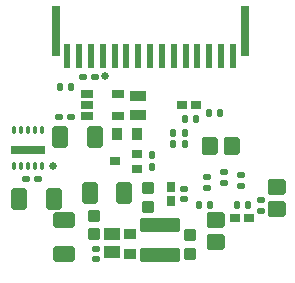
<source format=gbr>
%TF.GenerationSoftware,Altium Limited,Altium Designer,20.1.12 (249)*%
G04 Layer_Color=8421504*
%FSLAX45Y45*%
%MOMM*%
%TF.SameCoordinates,27206DED-D720-4121-B7EB-46A740E941A3*%
%TF.FilePolarity,Positive*%
%TF.FileFunction,Paste,Top*%
%TF.Part,Single*%
G01*
G75*
%TA.AperFunction,SMDPad,CuDef*%
G04:AMPARAMS|DCode=12|XSize=1mm|YSize=1mm|CornerRadius=0.1mm|HoleSize=0mm|Usage=FLASHONLY|Rotation=0.000|XOffset=0mm|YOffset=0mm|HoleType=Round|Shape=RoundedRectangle|*
%AMROUNDEDRECTD12*
21,1,1.00000,0.80000,0,0,0.0*
21,1,0.80000,1.00000,0,0,0.0*
1,1,0.20000,0.40000,-0.40000*
1,1,0.20000,-0.40000,-0.40000*
1,1,0.20000,-0.40000,0.40000*
1,1,0.20000,0.40000,0.40000*
%
%ADD12ROUNDEDRECTD12*%
G04:AMPARAMS|DCode=13|XSize=3.4mm|YSize=1.2mm|CornerRadius=0.12mm|HoleSize=0mm|Usage=FLASHONLY|Rotation=180.000|XOffset=0mm|YOffset=0mm|HoleType=Round|Shape=RoundedRectangle|*
%AMROUNDEDRECTD13*
21,1,3.40000,0.96000,0,0,180.0*
21,1,3.16000,1.20000,0,0,180.0*
1,1,0.24000,-1.58000,0.48000*
1,1,0.24000,1.58000,0.48000*
1,1,0.24000,1.58000,-0.48000*
1,1,0.24000,-1.58000,-0.48000*
%
%ADD13ROUNDEDRECTD13*%
G04:AMPARAMS|DCode=14|XSize=1.1mm|YSize=1.4mm|CornerRadius=0.11mm|HoleSize=0mm|Usage=FLASHONLY|Rotation=90.000|XOffset=0mm|YOffset=0mm|HoleType=Round|Shape=RoundedRectangle|*
%AMROUNDEDRECTD14*
21,1,1.10000,1.18000,0,0,90.0*
21,1,0.88000,1.40000,0,0,90.0*
1,1,0.22000,0.59000,0.44000*
1,1,0.22000,0.59000,-0.44000*
1,1,0.22000,-0.59000,-0.44000*
1,1,0.22000,-0.59000,0.44000*
%
%ADD14ROUNDEDRECTD14*%
G04:AMPARAMS|DCode=15|XSize=1.3mm|YSize=1.5mm|CornerRadius=0.13mm|HoleSize=0mm|Usage=FLASHONLY|Rotation=90.000|XOffset=0mm|YOffset=0mm|HoleType=Round|Shape=RoundedRectangle|*
%AMROUNDEDRECTD15*
21,1,1.30000,1.24000,0,0,90.0*
21,1,1.04000,1.50000,0,0,90.0*
1,1,0.26000,0.62000,0.52000*
1,1,0.26000,0.62000,-0.52000*
1,1,0.26000,-0.62000,-0.52000*
1,1,0.26000,-0.62000,0.52000*
%
%ADD15ROUNDEDRECTD15*%
G04:AMPARAMS|DCode=16|XSize=0.9mm|YSize=1mm|CornerRadius=0.09mm|HoleSize=0mm|Usage=FLASHONLY|Rotation=0.000|XOffset=0mm|YOffset=0mm|HoleType=Round|Shape=RoundedRectangle|*
%AMROUNDEDRECTD16*
21,1,0.90000,0.82000,0,0,0.0*
21,1,0.72000,1.00000,0,0,0.0*
1,1,0.18000,0.36000,-0.41000*
1,1,0.18000,-0.36000,-0.41000*
1,1,0.18000,-0.36000,0.41000*
1,1,0.18000,0.36000,0.41000*
%
%ADD16ROUNDEDRECTD16*%
G04:AMPARAMS|DCode=17|XSize=1.8mm|YSize=1.3mm|CornerRadius=0.13mm|HoleSize=0mm|Usage=FLASHONLY|Rotation=270.000|XOffset=0mm|YOffset=0mm|HoleType=Round|Shape=RoundedRectangle|*
%AMROUNDEDRECTD17*
21,1,1.80000,1.04000,0,0,270.0*
21,1,1.54000,1.30000,0,0,270.0*
1,1,0.26000,-0.52000,-0.77000*
1,1,0.26000,-0.52000,0.77000*
1,1,0.26000,0.52000,0.77000*
1,1,0.26000,0.52000,-0.77000*
%
%ADD17ROUNDEDRECTD17*%
%ADD18R,0.60000X2.00000*%
%ADD19R,0.70000X4.20000*%
G04:AMPARAMS|DCode=20|XSize=0.7mm|YSize=0.85mm|CornerRadius=0.07mm|HoleSize=0mm|Usage=FLASHONLY|Rotation=0.000|XOffset=0mm|YOffset=0mm|HoleType=Round|Shape=RoundedRectangle|*
%AMROUNDEDRECTD20*
21,1,0.70000,0.71000,0,0,0.0*
21,1,0.56000,0.85000,0,0,0.0*
1,1,0.14000,0.28000,-0.35500*
1,1,0.14000,-0.28000,-0.35500*
1,1,0.14000,-0.28000,0.35500*
1,1,0.14000,0.28000,0.35500*
%
%ADD20ROUNDEDRECTD20*%
G04:AMPARAMS|DCode=21|XSize=0.8mm|YSize=1.4mm|CornerRadius=0.04mm|HoleSize=0mm|Usage=FLASHONLY|Rotation=270.000|XOffset=0mm|YOffset=0mm|HoleType=Round|Shape=RoundedRectangle|*
%AMROUNDEDRECTD21*
21,1,0.80000,1.32000,0,0,270.0*
21,1,0.72000,1.40000,0,0,270.0*
1,1,0.08000,-0.66000,-0.36000*
1,1,0.08000,-0.66000,0.36000*
1,1,0.08000,0.66000,0.36000*
1,1,0.08000,0.66000,-0.36000*
%
%ADD21ROUNDEDRECTD21*%
G04:AMPARAMS|DCode=22|XSize=1mm|YSize=0.9mm|CornerRadius=0.09mm|HoleSize=0mm|Usage=FLASHONLY|Rotation=180.000|XOffset=0mm|YOffset=0mm|HoleType=Round|Shape=RoundedRectangle|*
%AMROUNDEDRECTD22*
21,1,1.00000,0.72000,0,0,180.0*
21,1,0.82000,0.90000,0,0,180.0*
1,1,0.18000,-0.41000,0.36000*
1,1,0.18000,0.41000,0.36000*
1,1,0.18000,0.41000,-0.36000*
1,1,0.18000,-0.41000,-0.36000*
%
%ADD22ROUNDEDRECTD22*%
%ADD23C,0.63500*%
G04:AMPARAMS|DCode=24|XSize=0.65mm|YSize=0.3mm|CornerRadius=0.045mm|HoleSize=0mm|Usage=FLASHONLY|Rotation=90.000|XOffset=0mm|YOffset=0mm|HoleType=Round|Shape=RoundedRectangle|*
%AMROUNDEDRECTD24*
21,1,0.65000,0.21000,0,0,90.0*
21,1,0.56000,0.30000,0,0,90.0*
1,1,0.09000,0.10500,0.28000*
1,1,0.09000,0.10500,-0.28000*
1,1,0.09000,-0.10500,-0.28000*
1,1,0.09000,-0.10500,0.28000*
%
%ADD24ROUNDEDRECTD24*%
G04:AMPARAMS|DCode=25|XSize=0.7mm|YSize=2.9mm|CornerRadius=0.07mm|HoleSize=0mm|Usage=FLASHONLY|Rotation=90.000|XOffset=0mm|YOffset=0mm|HoleType=Round|Shape=RoundedRectangle|*
%AMROUNDEDRECTD25*
21,1,0.70000,2.76000,0,0,90.0*
21,1,0.56000,2.90000,0,0,90.0*
1,1,0.14000,1.38000,0.28000*
1,1,0.14000,1.38000,-0.28000*
1,1,0.14000,-1.38000,-0.28000*
1,1,0.14000,-1.38000,0.28000*
%
%ADD25ROUNDEDRECTD25*%
G04:AMPARAMS|DCode=26|XSize=0.7mm|YSize=0.9mm|CornerRadius=0.0875mm|HoleSize=0mm|Usage=FLASHONLY|Rotation=90.000|XOffset=0mm|YOffset=0mm|HoleType=Round|Shape=RoundedRectangle|*
%AMROUNDEDRECTD26*
21,1,0.70000,0.72500,0,0,90.0*
21,1,0.52500,0.90000,0,0,90.0*
1,1,0.17500,0.36250,0.26250*
1,1,0.17500,0.36250,-0.26250*
1,1,0.17500,-0.36250,-0.26250*
1,1,0.17500,-0.36250,0.26250*
%
%ADD26ROUNDEDRECTD26*%
G04:AMPARAMS|DCode=27|XSize=0.5mm|YSize=0.65mm|CornerRadius=0.05mm|HoleSize=0mm|Usage=FLASHONLY|Rotation=180.000|XOffset=0mm|YOffset=0mm|HoleType=Round|Shape=RoundedRectangle|*
%AMROUNDEDRECTD27*
21,1,0.50000,0.55000,0,0,180.0*
21,1,0.40000,0.65000,0,0,180.0*
1,1,0.10000,-0.20000,0.27500*
1,1,0.10000,0.20000,0.27500*
1,1,0.10000,0.20000,-0.27500*
1,1,0.10000,-0.20000,-0.27500*
%
%ADD27ROUNDEDRECTD27*%
G04:AMPARAMS|DCode=28|XSize=0.6mm|YSize=1.1mm|CornerRadius=0.06mm|HoleSize=0mm|Usage=FLASHONLY|Rotation=90.000|XOffset=0mm|YOffset=0mm|HoleType=Round|Shape=RoundedRectangle|*
%AMROUNDEDRECTD28*
21,1,0.60000,0.98000,0,0,90.0*
21,1,0.48000,1.10000,0,0,90.0*
1,1,0.12000,0.49000,0.24000*
1,1,0.12000,0.49000,-0.24000*
1,1,0.12000,-0.49000,-0.24000*
1,1,0.12000,-0.49000,0.24000*
%
%ADD28ROUNDEDRECTD28*%
G04:AMPARAMS|DCode=29|XSize=0.6mm|YSize=0.5mm|CornerRadius=0.05mm|HoleSize=0mm|Usage=FLASHONLY|Rotation=270.000|XOffset=0mm|YOffset=0mm|HoleType=Round|Shape=RoundedRectangle|*
%AMROUNDEDRECTD29*
21,1,0.60000,0.40000,0,0,270.0*
21,1,0.50000,0.50000,0,0,270.0*
1,1,0.10000,-0.20000,-0.25000*
1,1,0.10000,-0.20000,0.25000*
1,1,0.10000,0.20000,0.25000*
1,1,0.10000,0.20000,-0.25000*
%
%ADD29ROUNDEDRECTD29*%
G04:AMPARAMS|DCode=30|XSize=0.6mm|YSize=0.5mm|CornerRadius=0.05mm|HoleSize=0mm|Usage=FLASHONLY|Rotation=180.000|XOffset=0mm|YOffset=0mm|HoleType=Round|Shape=RoundedRectangle|*
%AMROUNDEDRECTD30*
21,1,0.60000,0.40000,0,0,180.0*
21,1,0.50000,0.50000,0,0,180.0*
1,1,0.10000,-0.25000,0.20000*
1,1,0.10000,0.25000,0.20000*
1,1,0.10000,0.25000,-0.20000*
1,1,0.10000,-0.25000,-0.20000*
%
%ADD30ROUNDEDRECTD30*%
G04:AMPARAMS|DCode=31|XSize=1.3mm|YSize=1.5mm|CornerRadius=0.13mm|HoleSize=0mm|Usage=FLASHONLY|Rotation=180.000|XOffset=0mm|YOffset=0mm|HoleType=Round|Shape=RoundedRectangle|*
%AMROUNDEDRECTD31*
21,1,1.30000,1.24000,0,0,180.0*
21,1,1.04000,1.50000,0,0,180.0*
1,1,0.26000,-0.52000,0.62000*
1,1,0.26000,0.52000,0.62000*
1,1,0.26000,0.52000,-0.62000*
1,1,0.26000,-0.52000,-0.62000*
%
%ADD31ROUNDEDRECTD31*%
G04:AMPARAMS|DCode=32|XSize=0.5mm|YSize=0.65mm|CornerRadius=0.05mm|HoleSize=0mm|Usage=FLASHONLY|Rotation=90.000|XOffset=0mm|YOffset=0mm|HoleType=Round|Shape=RoundedRectangle|*
%AMROUNDEDRECTD32*
21,1,0.50000,0.55000,0,0,90.0*
21,1,0.40000,0.65000,0,0,90.0*
1,1,0.10000,0.27500,0.20000*
1,1,0.10000,0.27500,-0.20000*
1,1,0.10000,-0.27500,-0.20000*
1,1,0.10000,-0.27500,0.20000*
%
%ADD32ROUNDEDRECTD32*%
G04:AMPARAMS|DCode=33|XSize=1.8mm|YSize=1.3mm|CornerRadius=0.13mm|HoleSize=0mm|Usage=FLASHONLY|Rotation=180.000|XOffset=0mm|YOffset=0mm|HoleType=Round|Shape=RoundedRectangle|*
%AMROUNDEDRECTD33*
21,1,1.80000,1.04000,0,0,180.0*
21,1,1.54000,1.30000,0,0,180.0*
1,1,0.26000,-0.77000,0.52000*
1,1,0.26000,0.77000,0.52000*
1,1,0.26000,0.77000,-0.52000*
1,1,0.26000,-0.77000,-0.52000*
%
%ADD33ROUNDEDRECTD33*%
G04:AMPARAMS|DCode=34|XSize=0.7mm|YSize=0.85mm|CornerRadius=0.07mm|HoleSize=0mm|Usage=FLASHONLY|Rotation=90.000|XOffset=0mm|YOffset=0mm|HoleType=Round|Shape=RoundedRectangle|*
%AMROUNDEDRECTD34*
21,1,0.70000,0.71000,0,0,90.0*
21,1,0.56000,0.85000,0,0,90.0*
1,1,0.14000,0.35500,0.28000*
1,1,0.14000,0.35500,-0.28000*
1,1,0.14000,-0.35500,-0.28000*
1,1,0.14000,-0.35500,0.28000*
%
%ADD34ROUNDEDRECTD34*%
D12*
X1232500Y677500D02*
D03*
Y517500D02*
D03*
X777500Y287500D02*
D03*
Y447500D02*
D03*
X1591705Y120759D02*
D03*
Y280759D02*
D03*
D13*
X1332500Y370000D02*
D03*
Y110000D02*
D03*
D14*
X930000Y287500D02*
D03*
Y137500D02*
D03*
D15*
X2327500Y500000D02*
D03*
Y690000D02*
D03*
X1811983Y409324D02*
D03*
Y219324D02*
D03*
D16*
X972500Y1135000D02*
D03*
X1142500D02*
D03*
D17*
X490001Y1114999D02*
D03*
X780000D02*
D03*
X432500Y587500D02*
D03*
X142500D02*
D03*
X1030000Y637500D02*
D03*
X740000D02*
D03*
D18*
X550000Y1800000D02*
D03*
X650000D02*
D03*
X750000D02*
D03*
X850000D02*
D03*
X950000D02*
D03*
X1050000D02*
D03*
X1150000D02*
D03*
X1250000D02*
D03*
X1350000D02*
D03*
X1450000D02*
D03*
X1550000D02*
D03*
X1650000D02*
D03*
X1750000D02*
D03*
X1850000D02*
D03*
X1950000D02*
D03*
D19*
X450000Y2010000D02*
D03*
X2050000D02*
D03*
D20*
X1427500Y569000D02*
D03*
Y686000D02*
D03*
D21*
X1147500Y1302500D02*
D03*
Y1462500D02*
D03*
D22*
X1080000Y287500D02*
D03*
Y117500D02*
D03*
D23*
X430000Y867500D02*
D03*
X870000Y1627500D02*
D03*
D24*
X97500Y867500D02*
D03*
X157500D02*
D03*
X215000D02*
D03*
X277500D02*
D03*
X337500D02*
D03*
Y1172500D02*
D03*
X277500D02*
D03*
X217500D02*
D03*
X157500D02*
D03*
X97500D02*
D03*
D25*
X217500Y1002500D02*
D03*
D26*
X1142500Y842500D02*
D03*
Y972500D02*
D03*
X952500Y907500D02*
D03*
D27*
X490000Y1537500D02*
D03*
X580000D02*
D03*
X1985000Y540000D02*
D03*
X2075000D02*
D03*
X1637500Y1267500D02*
D03*
X1547500D02*
D03*
X1752500Y1315000D02*
D03*
X1842500D02*
D03*
X1755000Y540000D02*
D03*
X1665000D02*
D03*
D28*
X715000Y1477500D02*
D03*
Y1382500D02*
D03*
Y1287500D02*
D03*
X975000D02*
D03*
Y1477500D02*
D03*
D29*
X1442500Y1149999D02*
D03*
Y1049999D02*
D03*
X1542500Y1050000D02*
D03*
Y1150000D02*
D03*
X1265000Y957500D02*
D03*
Y857500D02*
D03*
D30*
X785000Y1622500D02*
D03*
X685000D02*
D03*
X482500Y1285000D02*
D03*
X582500D02*
D03*
X197500Y752500D02*
D03*
X297500D02*
D03*
D31*
X1755000Y1037500D02*
D03*
X1945000D02*
D03*
D32*
X792500Y167500D02*
D03*
Y77500D02*
D03*
X2017500Y697500D02*
D03*
Y787500D02*
D03*
X1537500Y675000D02*
D03*
Y585000D02*
D03*
X1732500Y772500D02*
D03*
Y682500D02*
D03*
X2185000Y575000D02*
D03*
Y485000D02*
D03*
X1877500Y812500D02*
D03*
Y722500D02*
D03*
D33*
X520000Y120000D02*
D03*
Y410000D02*
D03*
D34*
X1971500Y430000D02*
D03*
X2088500D02*
D03*
X1637500Y1380000D02*
D03*
X1520500D02*
D03*
%TF.MD5,bfc189f8702b0715ef723c874d36d37f*%
M02*

</source>
